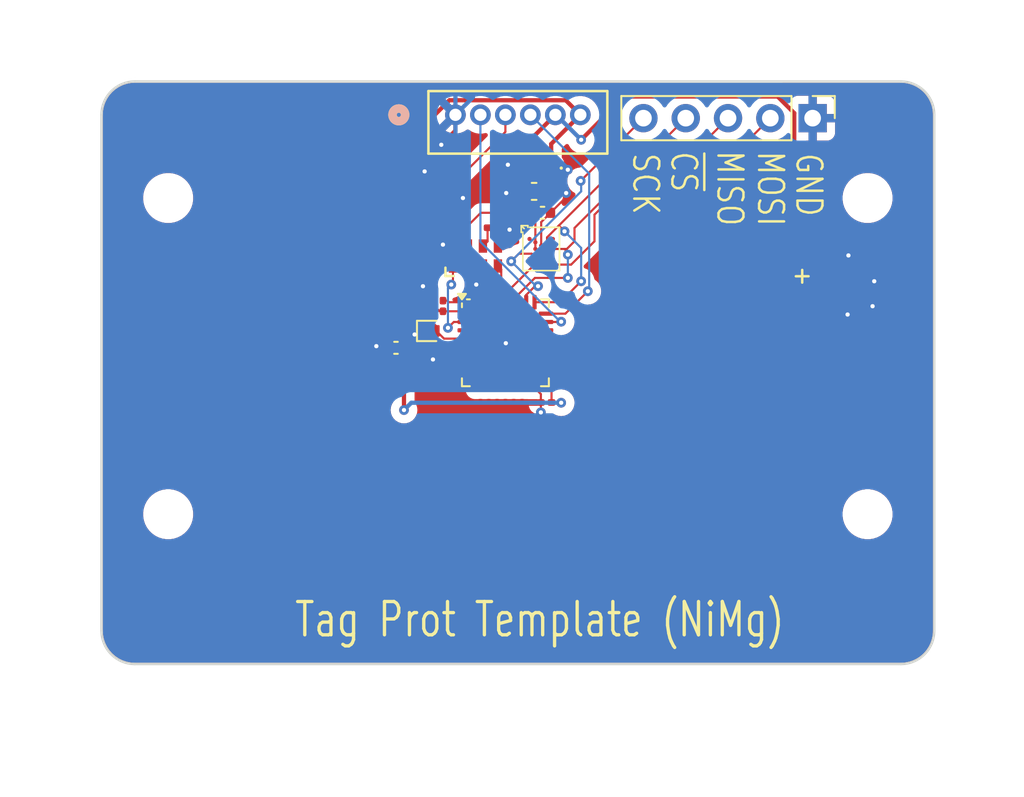
<source format=kicad_pcb>
(kicad_pcb (version 20240108) (generator "pcbnew") (generator_version "8.0")
  (layers (0 "F.Cu" signal) (31 "B.Cu" signal) (34 "B.Paste" user) (35 "F.Paste" user) (36 "B.SilkS" user "B.Silkscreen") (37 "F.SilkS" user "F.Silkscreen") (38 "B.Mask" user) (39 "F.Mask" user) (44 "Edge.Cuts" user))
  (net 0 "")
  (net 1 "GND")
  (net 2 "VBAT")
  (net 3 "SWDIO")
  (net 4 "SWCLK")
  (net 5 "Net-(Q501-C)")
  (net 6 "RST")
  (net 7 "/clkout")
  (net 8 "VIN")
  (net 9 "Net-(U501-VBACK)")
  (net 10 "/AT25_MISO")
  (net 11 "/AT25_nCS")
  (net 12 "/AT25_MOSI")
  (net 13 "/AT25_SCK")
  (net 20 "/PA6_MISO")
  (net 21 "/PA7_MOSI")
  (net 23 "/PB0")
  (net 24 "/PA11_MISO")
  (net 25 "/PA9")
  (net 26 "/PA2")
  (net 27 "/PA10")
  (net 28 "/PA0")
  (net 29 "/PA12_MOSI")
  (net 30 "/PA4")
  (net 31 "/PA8")
  (net 32 "/PA3")
  (net 33 "/PB1")
  (net 34 "/PA1_SCK")
  (net 35 "/PA5_SCK")
  (net 36 "/RTC_SDA")
  (net 37 "/RTC_SCL")
  (footprint "library:MS621" (layer "F.Cu") (at 144 97 90)
    (property "Reference" "J401" (hide yes))
    (property "Value" "CONN_01X02" (hide yes))
    (fp_text user "+" (at 0.3 -2 90) (layer "F.SilkS"))
    (pad "1" smd rect (at 0 -0.85 90) (size 2 1) (layers "F.Cu" "F.Mask") (net 2 "VBAT"))
    (pad "2" smd rect (at 0 0.85 90) (size 2 1) (layers "F.Cu" "F.Mask") (net 1 "GND"))
  )
  (footprint "Capacitor_SMD:C_0402_1005Metric" (layer "F.Cu") (at 126.48 92.885)
    (property "Reference" "C404" (hide yes))
    (property "Value" "22uf")
    (fp_line (start -0.107836 -0.36) (end 0.107836 -0.36) (stroke (width 0.12)) (layer "F.SilkS"))
    (fp_line (start -0.107836 0.36) (end 0.107836 0.36) (stroke (width 0.12)) (layer "F.SilkS"))
    (pad "1" smd roundrect (at -0.48 0) (size 0.56 0.62) (layers "F.Cu" "F.Paste" "F.Mask") (net 8 "VIN"))
    (pad "2" smd roundrect (at 0.48 0) (size 0.56 0.62) (layers "F.Cu" "F.Paste" "F.Mask") (net 1 "GND"))
  )
  (footprint "library:RV-8803-C7" (layer "F.Cu") (at 122.45 95.485 90)
    (property "Reference" "U501" (hide yes))
    (property "Value" "RV-3028-C7" (hide yes))
    (fp_line (start -0.7 -1.8) (end -1.2 -1.8) (stroke (width 0.15)) (layer "F.SilkS"))
    (fp_line (start -1.2 -1.8) (end -1.2 -1.3) (stroke (width 0.15)) (layer "F.SilkS"))
    (pad "1" smd rect (at -0.6 -1.35 90) (size 0.8 0.5) (layers "F.Cu" "F.Paste" "F.Mask") (net 7 "/clkout"))
    (pad "2" smd rect (at -0.6 -0.45 90) (size 0.8 0.5) (layers "F.Cu" "F.Paste" "F.Mask"))
    (pad "3" smd rect (at -0.6 0.45 90) (size 0.8 0.5) (layers "F.Cu" "F.Paste" "F.Mask") (net 37 "/RTC_SCL"))
    (pad "4" smd rect (at -0.6 1.35 90) (size 0.8 0.5) (layers "F.Cu" "F.Paste" "F.Mask") (net 36 "/RTC_SDA"))
    (pad "5" smd rect (at 0.6 1.35 90) (size 0.8 0.5) (layers "F.Cu" "F.Paste" "F.Mask") (net 1 "GND"))
    (pad "6" smd rect (at 0.6 0.45 90) (size 0.8 0.5) (layers "F.Cu" "F.Paste" "F.Mask") (net 9 "Net-(U501-VBACK)"))
    (pad "7" smd rect (at 0.6 -0.45 90) (size 0.8 0.5) (layers "F.Cu" "F.Paste" "F.Mask") (net 8 "VIN"))
    (pad "8" smd rect (at 0.6 -1.35 90) (size 0.8 0.5) (layers "F.Cu" "F.Paste" "F.Mask") (net 1 "GND"))
  )
  (footprint "Resistor_SMD:R_0201_0603Metric" (layer "F.Cu") (at 123.5 93.785)
    (property "Reference" "R1" (hide yes))
    (property "Value" "10k")
    (pad "1" smd roundrect (at -0.32 0) (size 0.46 0.4) (layers "F.Cu" "F.Mask") (net 9 "Net-(U501-VBACK)"))
    (pad "2" smd roundrect (at 0.32 0) (size 0.46 0.4) (layers "F.Cu" "F.Mask") (net 1 "GND"))
  )
  (footprint "Capacitor_SMD:C_0201_0603Metric" (layer "F.Cu") (at 119.545 101.2)
    (property "Reference" "C501" (hide yes))
    (property "Value" "0.1uf")
    (pad "1" smd roundrect (at -0.32 0) (size 0.46 0.4) (layers "F.Cu" "F.Mask") (net 8 "VIN"))
    (pad "2" smd roundrect (at 0.32 0) (size 0.46 0.4) (layers "F.Cu" "F.Mask") (net 1 "GND"))
  )
  (footprint "Capacitor_SMD:C_0201_0603Metric" (layer "F.Cu") (at 121.555 93.785 180)
    (property "Reference" "C503" (hide yes))
    (property "Value" "0.1uf")
    (pad "1" smd roundrect (at -0.32 0 180) (size 0.46 0.4) (layers "F.Cu" "F.Mask") (net 8 "VIN"))
    (pad "2" smd roundrect (at 0.32 0 180) (size 0.46 0.4) (layers "F.Cu" "F.Mask") (net 1 "GND"))
  )
  (footprint "Diode_SMD:D_0402_1005Metric" (layer "F.Cu") (at 126.515 90.2 180)
    (property "Reference" "D401" (hide yes))
    (property "Value" "D")
    (fp_circle (center -1.09 0) (end -1.04 0) (stroke (width 0.1)) (fill none) (layer "F.SilkS"))
    (pad "1" smd roundrect (at -0.485 0 180) (size 0.59 0.64) (layers "F.Cu" "F.Paste" "F.Mask") (net 8 "VIN"))
    (pad "2" smd roundrect (at 0.485 0 180) (size 0.59 0.64) (layers "F.Cu" "F.Paste" "F.Mask") (net 2 "VBAT"))
  )
  (footprint "library:adesto_wlcsp12" (layer "F.Cu") (at 126.4 95.06)
    (property "Reference" "U1" (hide yes))
    (property "Value" "at25ff321D-UUN" (hide yes))
    (fp_line (start -1.2 -1.4) (end -1.025 -1.225) (stroke (width 0.1)) (layer "F.SilkS"))
    (fp_line (start -1.2 -1) (end -1.2 -1.4) (stroke (width 0.1)) (layer "F.SilkS"))
    (fp_line (start -1.2 -1) (end -1.1 -1) (stroke (width 0.1)) (layer "F.SilkS"))
    (fp_line (start -1.1 1.3) (end -1.1 -0.9) (stroke (width 0.1)) (layer "F.SilkS"))
    (fp_line (start -1.1 1.3) (end 1.1 1.3) (stroke (width 0.1)) (layer "F.SilkS"))
    (fp_line (start -0.8 -1.4) (end -1.2 -1.4) (stroke (width 0.1)) (layer "F.SilkS"))
    (fp_line (start -0.8 -1.4) (end -0.8 -1.3) (stroke (width 0.1)) (layer "F.SilkS"))
    (fp_line (start 1.1 -1.3) (end -0.7 -1.3) (stroke (width 0.1)) (layer "F.SilkS"))
    (fp_line (start 1.1 1.3) (end 1.1 -1.3) (stroke (width 0.1)) (layer "F.SilkS"))
    (pad "A1" smd circle (at -0.7 -0.6) (size 0.25 0.25) (layers "F.Cu" "F.Paste" "F.Mask"))
    (pad "A5" smd circle (at 0.7 -0.6) (size 0.25 0.25) (layers "F.Cu" "F.Paste" "F.Mask"))
    (pad "B2" smd circle (at -0.35 -0.4) (size 0.25 0.25) (layers "F.Cu" "F.Paste" "F.Mask") (net 8 "VIN"))
    (pad "B4" smd circle (at 0.35 -0.4) (size 0.25 0.25) (layers "F.Cu" "F.Paste" "F.Mask") (net 11 "/AT25_nCS"))
    (pad "C3" smd circle (at 0 -0.2) (size 0.25 0.25) (layers "F.Cu" "F.Paste" "F.Mask") (net 1 "GND"))
    (pad "D2" smd circle (at -0.35 0) (size 0.25 0.25) (layers "F.Cu" "F.Paste" "F.Mask") (net 8 "VIN"))
    (pad "D4" smd circle (at 0.35 0) (size 0.25 0.25) (layers "F.Cu" "F.Paste" "F.Mask") (net 10 "/AT25_MISO"))
    (pad "E3" smd circle (at 0 0.2) (size 0.25 0.25) (layers "F.Cu" "F.Paste" "F.Mask") (net 12 "/AT25_MOSI"))
    (pad "F2" smd circle (at -0.35 0.4) (size 0.25 0.25) (layers "F.Cu" "F.Paste" "F.Mask") (net 13 "/AT25_SCK"))
    (pad "F4" smd circle (at 0.35 0.4) (size 0.25 0.25) (layers "F.Cu" "F.Paste" "F.Mask"))
    (pad "G1" smd circle (at -0.7 0.6) (size 0.25 0.25) (layers "F.Cu" "F.Paste" "F.Mask"))
    (pad "G5" smd circle (at 0.7 0.6) (size 0.25 0.25) (layers "F.Cu" "F.Paste" "F.Mask"))
  )
  (footprint "Capacitor_SMD:C_0201_0603Metric" (layer "F.Cu") (at 119.2 98.485 90)
    (property "Reference" "C502" (hide yes))
    (property "Value" "0.1uf")
    (pad "1" smd roundrect (at -0.32 0 90) (size 0.46 0.4) (layers "F.Cu" "F.Mask") (net 5 "Net-(Q501-C)"))
    (pad "2" smd roundrect (at 0.32 0 90) (size 0.46 0.4) (layers "F.Cu" "F.Mask") (net 1 "GND"))
  )
  (footprint "Package_DFN_QFN:QFN-32-1EP_5x5mm_P0.5mm_EP3.45x3.45mm" (layer "F.Cu") (at 124.25 100.6975)
    (property "Reference" "U302" (hide yes))
    (property "Value" "stm32l431kc")
    (fp_line (start -2.61 -2.135) (end -2.61 -2.37) (stroke (width 0.12)) (layer "F.SilkS"))
    (fp_line (start -2.61 2.61) (end -2.61 2.135) (stroke (width 0.12)) (layer "F.SilkS"))
    (fp_line (start -2.135 -2.61) (end -2.31 -2.61) (stroke (width 0.12)) (layer "F.SilkS"))
    (fp_line (start -2.135 2.61) (end -2.61 2.61) (stroke (width 0.12)) (layer "F.SilkS"))
    (fp_line (start 2.135 -2.61) (end 2.61 -2.61) (stroke (width 0.12)) (layer "F.SilkS"))
    (fp_line (start 2.135 2.61) (end 2.61 2.61) (stroke (width 0.12)) (layer "F.SilkS"))
    (fp_line (start 2.61 -2.61) (end 2.61 -2.135) (stroke (width 0.12)) (layer "F.SilkS"))
    (fp_line (start 2.61 2.61) (end 2.61 2.135) (stroke (width 0.12)) (layer "F.SilkS"))
    (fp_poly (pts (xy -2.61 -2.61) (xy -2.85 -2.94) (xy -2.37 -2.94) (xy -2.61 -2.61)) (stroke (width 0.12)) (fill solid) (layer "F.SilkS"))
    (pad "1" smd roundrect (at -2.4375 -1.75) (size 0.875 0.25) (layers "F.Cu" "F.Paste" "F.Mask") (net 8 "VIN"))
    (pad "2" smd roundrect (at -2.4375 -1.25) (size 0.875 0.25) (layers "F.Cu" "F.Paste" "F.Mask") (net 7 "/clkout"))
    (pad "3" smd roundrect (at -2.4375 -0.75) (size 0.875 0.25) (layers "F.Cu" "F.Paste" "F.Mask"))
    (pad "4" smd roundrect (at -2.4375 -0.25) (size 0.875 0.25) (layers "F.Cu" "F.Paste" "F.Mask") (net 5 "Net-(Q501-C)"))
    (pad "5" smd roundrect (at -2.4375 0.25) (size 0.875 0.25) (layers "F.Cu" "F.Paste" "F.Mask") (net 8 "VIN"))
    (pad "6" smd roundrect (at -2.4375 0.75) (size 0.875 0.25) (layers "F.Cu" "F.Paste" "F.Mask") (net 28 "/PA0"))
    (pad "7" smd roundrect (at -2.4375 1.25) (size 0.875 0.25) (layers "F.Cu" "F.Paste" "F.Mask") (net 34 "/PA1_SCK"))
    (pad "8" smd roundrect (at -2.4375 1.75) (size 0.875 0.25) (layers "F.Cu" "F.Paste" "F.Mask") (net 26 "/PA2"))
    (pad "9" smd roundrect (at -1.75 2.4375) (size 0.25 0.875) (layers "F.Cu" "F.Paste" "F.Mask") (net 32 "/PA3"))
    (pad "10" smd roundrect (at -1.25 2.4375) (size 0.25 0.875) (layers "F.Cu" "F.Paste" "F.Mask") (net 30 "/PA4"))
    (pad "11" smd roundrect (at -0.75 2.4375) (size 0.25 0.875) (layers "F.Cu" "F.Paste" "F.Mask") (net 35 "/PA5_SCK"))
    (pad "12" smd roundrect (at -0.25 2.4375) (size 0.25 0.875) (layers "F.Cu" "F.Paste" "F.Mask") (net 20 "/PA6_MISO"))
    (pad "13" smd roundrect (at 0.25 2.4375) (size 0.25 0.875) (layers "F.Cu" "F.Paste" "F.Mask") (net 21 "/PA7_MOSI"))
    (pad "14" smd roundrect (at 0.75 2.4375) (size 0.25 0.875) (layers "F.Cu" "F.Paste" "F.Mask") (net 23 "/PB0"))
    (pad "15" smd roundrect (at 1.25 2.4375) (size 0.25 0.875) (layers "F.Cu" "F.Paste" "F.Mask") (net 33 "/PB1"))
    (pad "16" smd roundrect (at 1.75 2.4375) (size 0.25 0.875) (layers "F.Cu" "F.Paste" "F.Mask") (net 1 "GND"))
    (pad "17" smd roundrect (at 2.4375 1.75) (size 0.875 0.25) (layers "F.Cu" "F.Paste" "F.Mask") (net 8 "VIN"))
    (pad "18" smd roundrect (at 2.4375 1.25) (size 0.875 0.25) (layers "F.Cu" "F.Paste" "F.Mask") (net 31 "/PA8"))
    (pad "19" smd roundrect (at 2.4375 0.75) (size 0.875 0.25) (layers "F.Cu" "F.Paste" "F.Mask") (net 25 "/PA9"))
    (pad "20" smd roundrect (at 2.4375 0.25) (size 0.875 0.25) (layers "F.Cu" "F.Paste" "F.Mask") (net 27 "/PA10"))
    (pad "21" smd roundrect (at 2.4375 -0.25) (size 0.875 0.25) (layers "F.Cu" "F.Paste" "F.Mask") (net 24 "/PA11_MISO"))
    (pad "22" smd roundrect (at 2.4375 -0.75) (size 0.875 0.25) (layers "F.Cu" "F.Paste" "F.Mask") (net 29 "/PA12_MOSI"))
    (pad "23" smd roundrect (at 2.4375 -1.25) (size 0.875 0.25) (layers "F.Cu" "F.Paste" "F.Mask") (net 3 "SWDIO"))
    (pad "24" smd roundrect (at 2.4375 -1.75) (size 0.875 0.25) (layers "F.Cu" "F.Paste" "F.Mask") (net 4 "SWCLK"))
    (pad "25" smd roundrect (at 1.75 -2.4375) (size 0.25 0.875) (layers "F.Cu" "F.Paste" "F.Mask") (net 11 "/AT25_nCS"))
    (pad "26" smd roundrect (at 1.25 -2.4375) (size 0.25 0.875) (layers "F.Cu" "F.Paste" "F.Mask") (net 13 "/AT25_SCK"))
    (pad "27" smd roundrect (at 0.75 -2.4375) (size 0.25 0.875) (layers "F.Cu" "F.Paste" "F.Mask") (net 10 "/AT25_MISO"))
    (pad "28" smd roundrect (at 0.25 -2.4375) (size 0.25 0.875) (layers "F.Cu" "F.Paste" "F.Mask") (net 12 "/AT25_MOSI"))
    (pad "29" smd roundrect (at -0.25 -2.4375) (size 0.25 0.875) (layers "F.Cu" "F.Paste" "F.Mask") (net 36 "/RTC_SDA"))
    (pad "30" smd roundrect (at -0.75 -2.4375) (size 0.25 0.875) (layers "F.Cu" "F.Paste" "F.Mask") (net 37 "/RTC_SCL"))
    (pad "31" smd roundrect (at -1.25 -2.4375) (size 0.25 0.875) (layers "F.Cu" "F.Paste" "F.Mask") (net 1 "GND"))
    (pad "32" smd roundrect (at -1.75 -2.4375) (size 0.25 0.875) (layers "F.Cu" "F.Paste" "F.Mask") (net 1 "GND"))
    (pad "33" smd rect (at 0 0) (size 3.45 3.45) (property pad_prop_heatsink) (layers "F.Cu" "F.Mask") (net 1 "GND"))
  )
  (footprint "Package_TO_SOT_SMD:SOT-883" (layer "F.Cu") (at 119.75 99.985)
    (property "Reference" "Q501" (hide yes))
    (property "Value" "Q_NPN_BEC")
    (fp_line (start -0.81 -0.61) (end 0.35 -0.61) (stroke (width 0.12)) (layer "F.SilkS"))
    (fp_line (start -0.81 0.61) (end -0.81 -0.61) (stroke (width 0.12)) (layer "F.SilkS"))
    (fp_line (start 0.35 0.61) (end -0.81 0.61) (stroke (width 0.12)) (layer "F.SilkS"))
    (pad "1" smd roundrect (at -0.35 -0.225) (size 0.4 0.25) (layers "F.Cu" "F.Paste" "F.Mask") (roundrect_rratio 0.2) (net 6 "RST"))
    (pad "2" smd roundrect (at -0.35 0.225) (size 0.4 0.25) (layers "F.Cu" "F.Paste" "F.Mask") (roundrect_rratio 0.2) (net 1 "GND"))
    (pad "3" smd roundrect (at 0.35 0) (size 0.4 0.7) (layers "F.Cu" "F.Paste" "F.Mask") (roundrect_rratio 0.125) (net 5 "Net-(Q501-C)"))
  )
  (footprint "Capacitor_SMD:C_0201_0603Metric" (layer "F.Cu") (at 126.7 104.285 180)
    (property "Reference" "C2" (hide yes))
    (property "Value" "0.1uf")
    (pad "1" smd roundrect (at -0.32 0 180) (size 0.46 0.4) (layers "F.Cu" "F.Mask") (net 8 "VIN"))
    (pad "2" smd roundrect (at 0.32 0 180) (size 0.46 0.4) (layers "F.Cu" "F.Mask") (net 1 "GND"))
  )
  (footprint "Capacitor_SMD:C_0201_0603Metric" (layer "F.Cu") (at 120.5 98.485 90)
    (property "Reference" "C101" (hide yes))
    (property "Value" "1uf")
    (pad "1" smd roundrect (at -0.32 0 90) (size 0.46 0.4) (layers "F.Cu" "F.Mask") (net 8 "VIN"))
    (pad "2" smd roundrect (at 0.32 0 90) (size 0.46 0.4) (layers "F.Cu" "F.Mask") (net 1 "GND"))
  )
  (footprint "library:CONN_B6B-ZR_JST" (layer "F.Cu") (at 121.25 87)
    (property "Reference" "J1" (hide yes))
    (property "Value" "Conn_01x06")
    (fp_circle (center -3.4001 0) (end -3.0191 0) (stroke (width 0.508)) (fill none) (layer "B.SilkS"))
    (fp_line (start -1.6221 -1.427) (end -1.6221 2.3322) (stroke (width 0.1524)) (layer "F.SilkS"))
    (fp_line (start -1.6221 2.3322) (end 9.1221 2.3322) (stroke (width 0.1524)) (layer "F.SilkS"))
    (fp_line (start 9.1221 -1.427) (end -1.6221 -1.427) (stroke (width 0.1524)) (layer "F.SilkS"))
    (fp_line (start 9.1221 2.3322) (end 9.1221 -1.427) (stroke (width 0.1524)) (layer "F.SilkS"))
    (fp_circle (center -3.4001 0) (end -3.0191 0) (stroke (width 0.508)) (fill none) (layer "F.SilkS"))
    (pad "1" thru_hole circle (at 0 0) (size 1.2446 1.2446) (drill 0.7366) (layers "*.Cu" "*.Mask") (net 1 "GND"))
    (pad "2" thru_hole circle (at 1.5 0) (size 1.2446 1.2446) (drill 0.7366) (layers "*.Cu" "*.Mask") (net 3 "SWDIO"))
    (pad "3" thru_hole circle (at 2.999999 0) (size 1.2446 1.2446) (drill 0.7366) (layers "*.Cu" "*.Mask") (net 6 "RST"))
    (pad "4" thru_hole circle (at 4.500001 0) (size 1.2446 1.2446) (drill 0.7366) (layers "*.Cu" "*.Mask") (net 4 "SWCLK"))
    (pad "5" thru_hole circle (at 6.000001 0) (size 1.2446 1.2446) (drill 0.7366) (layers "*.Cu" "*.Mask") (net 2 "VBAT"))
    (pad "6" thru_hole circle (at 7.5 0) (size 1.2446 1.2446) (drill 0.7366) (layers "*.Cu" "*.Mask") (net 8 "VIN"))
  )
  (footprint "MountingHole:MountingHole_2.5mm" (layer "F.Cu") (at 104 111)
    (property "Reference" "H2" (hide yes))
    (property "Value" "MountingHole")
    (pad "" np_thru_hole circle (at 0 0) (size 2.5 2.5) (drill 2.5) (layers "*.Cu" "*.Mask"))
  )
  (footprint "MountingHole:MountingHole_2.5mm" (layer "F.Cu") (at 146 92)
    (property "Reference" "H3" (hide yes))
    (property "Value" "MountingHole")
    (pad "" np_thru_hole circle (at 0 0) (size 2.5 2.5) (drill 2.5) (layers "*.Cu" "*.Mask"))
  )
  (footprint "MountingHole:MountingHole_2.5mm" (layer "F.Cu") (at 104 92)
    (property "Reference" "H1" (hide yes))
    (property "Value" "MountingHole")
    (pad "" np_thru_hole circle (at 0 0) (size 2.5 2.5) (drill 2.5) (layers "*.Cu" "*.Mask"))
  )
  (footprint "MountingHole:MountingHole_2.5mm" (layer "F.Cu") (at 146 111)
    (property "Reference" "H4" (hide yes))
    (property "Value" "MountingHole")
    (pad "" np_thru_hole circle (at 0 0) (size 2.5 2.5) (drill 2.5) (layers "*.Cu" "*.Mask"))
  )
  (footprint "Capacitor_SMD:C_0402_1005Metric" (layer "F.Cu") (at 117.68 101 180)
    (property "Reference" "C3" (hide yes))
    (property "Value" "22uf")
    (fp_line (start -0.107836 0.36) (end 0.107836 0.36) (stroke (width 0.12)) (layer "F.SilkS"))
    (fp_line (start -0.107836 -0.36) (end 0.107836 -0.36) (stroke (width 0.12)) (layer "F.SilkS"))
    (pad "1" smd roundrect (at -0.48 0 180) (size 0.56 0.62) (layers "F.Cu" "F.Paste" "F.Mask") (net 8 "VIN"))
    (pad "2" smd roundrect (at 0.48 0 180) (size 0.56 0.62) (layers "F.Cu" "F.Paste" "F.Mask") (net 1 "GND"))
  )
  (footprint "Capacitor_SMD:C_0603_1608Metric" (layer "F.Cu") (at 125.975 91.6 180)
    (property "Reference" "C4" (hide yes))
    (property "Value" "47uf")
    (fp_line (start -0.14058 0.51) (end 0.14058 0.51) (stroke (width 0.12)) (layer "F.SilkS"))
    (fp_line (start -0.14058 -0.51) (end 0.14058 -0.51) (stroke (width 0.12)) (layer "F.SilkS"))
    (pad "1" smd roundrect (at -0.775 0 180) (size 0.9 0.95) (layers "F.Cu" "F.Paste" "F.Mask") (net 8 "VIN"))
    (pad "2" smd roundrect (at 0.775 0 180) (size 0.9 0.95) (layers "F.Cu" "F.Paste" "F.Mask") (net 1 "GND"))
  )
  (footprint "Connector_PinHeader_2.54mm:PinHeader_1x05_P2.54mm_Vertical" (layer "F.Cu") (at 142.7 87.2 -90)
    (property "Reference" "J2" (hide yes))
    (property "Value" "Conn_01x04")
    (fp_line (start -1.33 11.49) (end 1.33 11.49) (stroke (width 0.12)) (layer "F.SilkS"))
    (fp_line (start -1.33 1.27) (end -1.33 11.49) (stroke (width 0.12)) (layer "F.SilkS"))
    (fp_line (start -1.33 1.27) (end 1.33 1.27) (stroke (width 0.12)) (layer "F.SilkS"))
    (fp_line (start 1.33 1.27) (end 1.33 11.49) (stroke (width 0.12)) (layer "F.SilkS"))
    (fp_line (start -1.33 0) (end -1.33 -1.33) (stroke (width 0.12)) (layer "F.SilkS"))
    (fp_line (start -1.33 -1.33) (end 0 -1.33) (stroke (width 0.12)) (layer "F.SilkS"))
    (pad "1" thru_hole rect (at 0 0 270) (size 1.7 1.7) (drill 1) (layers "*.Cu" "*.Mask") (net 1 "GND"))
    (pad "2" thru_hole oval (at 0 2.54 270) (size 1.7 1.7) (drill 1) (layers "*.Cu" "*.Mask") (net 12 "/AT25_MOSI"))
    (pad "3" thru_hole oval (at 0 5.08 270) (size 1.7 1.7) (drill 1) (layers "*.Cu" "*.Mask") (net 10 "/AT25_MISO"))
    (pad "4" thru_hole oval (at 0 7.62 270) (size 1.7 1.7) (drill 1) (layers "*.Cu" "*.Mask") (net 11 "/AT25_nCS"))
    (pad "5" thru_hole oval (at 0 10.16 270) (size 1.7 1.7) (drill 1) (layers "*.Cu" "*.Mask") (net 13 "/AT25_SCK"))
  )
  (gr_arc (start 102 120) (mid 100.585786 119.414214) (end 100 118) (stroke (width 0.15)) (layer "Edge.Cuts"))
  (gr_line (start 100 118) (end 100 87) (stroke (width 0.15)) (layer "Edge.Cuts"))
  (gr_line (start 148 120) (end 102 120) (stroke (width 0.15)) (layer "Edge.Cuts"))
  (gr_line (start 102 85) (end 148 85) (stroke (width 0.15)) (layer "Edge.Cuts"))
  (gr_arc (start 100 87) (mid 100.585786 85.585786) (end 102 85) (stroke (width 0.15)) (layer "Edge.Cuts"))
  (gr_line (start 150 87) (end 150 118) (stroke (width 0.15)) (layer "Edge.Cuts"))
  (gr_arc (start 148 85) (mid 149.414214 85.585786) (end 150 87) (stroke (width 0.15)) (layer "Edge.Cuts"))
  (gr_arc (start 150 118) (mid 149.414214 119.414214) (end 148 120) (stroke (width 0.15)) (layer "Edge.Cuts"))
  (gr_text "GND" (at 141.6 89.2 -90) (layer "F.SilkS") (effects (font (size 1.5 1.25)) (justify left bottom)))
  (gr_text "MOSI" (at 139.2936 89.0778 270) (layer "F.SilkS") (effects (font (size 1.5 1.25)) (justify left bottom)))
  (gr_text "SCK" (at 131.8 89.2 270) (layer "F.SilkS") (effects (font (size 1.5 1.25)) (justify left bottom)))
  (gr_text "~{CS}" (at 134.0866 89.1032 270) (layer "F.SilkS") (effects (font (size 1.5 1.25)) (justify left bottom)))
  (gr_text "MISO" (at 136.8552 89.0524 270) (layer "F.SilkS") (effects (font (size 1.5 1.25)) (justify left bottom)))
  (gr_text "Tag Prot Template (NiMg)" (at 111.5 118.5 0) (layer "F.SilkS") (effects (font (size 2 1.5) (thickness 0.2)) (justify left bottom)))
  (segment (start 122.5 98.26) (end 123 98.26) (width 0.127) (layer "F.Cu") (net 1))
  (segment (start 123 101.4) (end 123.2 101.4) (width 0.127) (layer "F.Cu") (net 1))
  (segment (start 126.4 94.86) (end 126.4 93.445) (width 0.127) (layer "F.Cu") (net 1))
  (segment (start 146.3 98.5) (end 146.3 98.45) (width 0.254) (layer "F.Cu") (net 1))
  (segment (start 126.4 93.445) (end 126.96 92.885) (width 0.127) (layer "F.Cu") (net 1))
  (segment (start 144.8 95.4) (end 144.85 95.45) (width 0.127) (layer "F.Cu") (net 1))
  (segment (start 121.235 94.75) (end 121.1 94.885) (width 0.127) (layer "F.Cu") (net 1))
  (segment (start 116.6 101) (end 116.5 100.9) (width 0.127) (layer "F.Cu") (net 1))
  (segment (start 144.85 97) (end 144.85 97.75) (width 0.127) (layer "F.Cu") (net 1))
  (segment (start 126.38 104.285) (end 126.38 104.88) (width 0.127) (layer "F.Cu") (net 1))
  (segment (start 126 102.4475) (end 125.22625 101.67375) (width 0.127) (layer "F.Cu") (net 1))
  (segment (start 126.96 92.885) (end 127.9 91.945) (width 0.127) (layer "F.Cu") (net 1))
  (segment (start 124.25 100.6975) (end 123.7025 100.6975) (width 0.127) (layer "F.Cu") (net 1))
  (segment (start 122.5 98.26) (end 122.5 97.2) (width 0.127) (layer "F.Cu") (net 1))
  (segment (start 126 103.135) (end 126 103.4) (width 0.127) (layer "F.Cu") (net 1))
  (segment (start 119.2 98.165) (end 119.2 97.4) (width 0.127) (layer "F.Cu") (net 1))
  (segment (start 123.2 101.4) (end 123.87625 100.72375) (width 0.127) (layer "F.Cu") (net 1))
  (segment (start 120.86 98.26) (end 122.5 98.26) (width 0.127) (layer "F.Cu") (net 1))
  (segment (start 126 103.4) (end 126.38 103.78) (width 0.127) (layer "F.Cu") (net 1))
  (segment (start 123.82 94.865) (end 123.8 94.885) (width 0.127) (layer "F.Cu") (net 1))
  (segment (start 127.9 91.945) (end 127.9 91.7) (width 0.127) (layer "F.Cu") (net 1))
  (segment (start 121.25 87.95) (end 120.4 88.8) (width 0.254) (layer "F.Cu") (net 1))
  (segment (start 121.1 94.885) (end 120.585 94.885) (width 0.127) (layer "F.Cu") (net 1))
  (segment (start 123 99.4475) (end 123 98.26) (width 0.127) (layer "F.Cu") (net 1))
  (segment (start 119.2 97.4) (end 119.3 97.3) (width 0.127) (layer "F.Cu") (net 1))
  (segment (start 126 103.135) (end 126 102.4475) (width 0.127) (layer "F.Cu") (net 1))
  (segment (start 125.22625 101.67375) (end 124.27625 100.72375) (width 0.127) (layer "F.Cu") (net 1))
  (segment (start 120.585 94.885) (end 120.5 94.8) (width 0.127) (layer "F.Cu") (net 1))
  (segment (start 144.8 97.05) (end 144.85 97) (width 0.254) (layer "F.Cu") (net 1))
  (segment (start 125.5 99.7) (end 125.2475 99.7) (width 0.127) (layer "F.Cu") (net 1))
  (segment (start 121.25 87) (end 121.25 87.95) (width 0.254) (layer "F.Cu") (net 1))
  (segment (start 120.5 98.165) (end 120.765 98.165) (width 0.127) (layer "F.Cu") (net 1))
  (segment (start 124.25 100.6975) (end 123 99.4475) (width 0.127) (layer "F.Cu") (net 1))
  (segment (start 124.25 100.6975) (end 125.22625 101.67375) (width 0.127) (layer "F.Cu") (net 1))
  (segment (start 123.82 93.785) (end 124.385 93.785) (width 0.127) (layer "F.Cu") (net 1))
  (segment (start 126.38 103.78) (end 126.38 104.285) (width 0.127) (layer "F.Cu") (net 1))
  (segment (start 123.82 93.785) (end 123.82 94.865) (width 0.127) (layer "F.Cu") (net 1))
  (segment (start 124.385 93.785) (end 124.5 93.9) (width 0.127) (layer "F.Cu") (net 1))
  (segment (start 126.4 104.9) (end 126.38 104.88) (width 0.127) (layer "F.Cu") (net 1))
  (segment (start 118.81 100.21) (end 118.8 100.2) (width 0.127) (layer "F.Cu") (net 1))
  (segment (start 120.765 98.165) (end 120.86 98.26) (width 0.127) (layer "F.Cu") (net 1))
  (segment (start 125.2 91.6) (end 124.4 91.6) (width 0.127) (layer "F.Cu") (net 1))
  (segment (start 119.865 101.2) (end 119.865 101.665) (width 0.127) (layer "F.Cu") (net 1))
  (segment (start 117.2 101) (end 116.6 101) (width 0.127) (layer "F.Cu") (net 1))
  (segment (start 123.7025 100.6975) (end 123 101.4) (width 0.127) (layer "F.Cu") (net 1))
  (segment (start 125.2475 99.7) (end 124.25 100.6975) (width 0.127) (layer "F.Cu") (net 1))
  (segment (start 122.5 98.9475) (end 124.25 100.6975) (width 0.127) (layer "F.Cu") (net 1))
  (segment (start 124.4 91.6) (end 124.3 91.7) (width 0.127) (layer "F.Cu") (net 1))
  (segment (start 122.5 98.26) (end 122.5 98.9475) (width 0.127) (layer "F.Cu") (net 1))
  (segment (start 121.235 93.785) (end 121.235 94.75) (width 0.127) (layer "F.Cu") (net 1))
  (segment (start 119.865 101.665) (end 119.9 101.7) (width 0.127) (layer "F.Cu") (net 1))
  (segment (start 123.87625 100.72375) (end 124.27625 100.72375) (width 0.127) (layer "F.Cu") (net 1))
  (segment (start 119.4 100.21) (end 118.81 100.21) (width 0.127) (layer "F.Cu") (net 1))
  (via (at 128 90.3) (size 0.5842) (drill 0.254) (layers "F.Cu" "B.Cu") (net 1))
  (via (at 127.9 91.7) (size 0.5842) (drill 0.254) (layers "F.Cu" "B.Cu") (net 1))
  (via (at 124.3 91.7) (size 0.5842) (drill 0.254) (layers "F.Cu" "B.Cu") (net 1))
  (via (at 119.9 101.7) (size 0.5842) (drill 0.254) (layers "F.Cu" "B.Cu") (net 1))
  (via (at 116.5 100.9) (size 0.5842) (drill 0.254) (layers "F.Cu" "B.Cu") (net 1))
  (via (at 144.85 95.45) (size 0.5842) (drill 0.254) (layers "F.Cu" "B.Cu") (net 1))
  (via (at 124.27625 100.72375) (size 0.5842) (drill 0.254) (layers "F.Cu" "B.Cu") (net 1))
  (via (at 146.4 97) (size 0.5842) (drill 0.254) (layers "F.Cu" "B.Cu") (net 1))
  (via (at 146.3 98.5) (size 0.5842) (drill 0.254) (layers "F.Cu" "B.Cu") (net 1))
  (via (at 118.8 100.2) (size 0.5842) (drill 0.254) (layers "F.Cu" "B.Cu") (net 1))
  (via (at 126.38 104.88) (size 0.5842) (drill 0.254) (layers "F.Cu" "B.Cu") (net 1))
  (via (at 121.7 92) (size 0.5842) (drill 0.254) (layers "F.Cu" "B.Cu") (net 1))
  (via (at 119.3 97.3) (size 0.5842) (drill 0.254) (layers "F.Cu" "B.Cu") (net 1))
  (via (at 120.4 88.8) (size 0.5842) (drill 0.254) (layers "F.Cu" "B.Cu") (net 1))
  (via (at 122.5 97.2) (size 0.5842) (drill 0.254) (layers "F.Cu" "B.Cu") (net 1))
  (via (at 144.8 99) (size 0.5842) (drill 0.254) (layers "F.Cu" "B.Cu") (net 1))
  (via (at 124.4 90) (size 0.5842) (drill 0.254) (layers "F.Cu" "B.Cu") (net 1))
  (via (at 120.5 94.8) (size 0.5842) (drill 0.254) (layers "F.Cu" "B.Cu") (net 1))
  (via (at 124.5 93.9) (size 0.5842) (drill 0.254) (layers "F.Cu" "B.Cu") (net 1))
  (via (at 119.4 90.4) (size 0.5842) (drill 0.254) (layers "F.Cu" "B.Cu") (net 1))
  (segment (start 121.25 85.65) (end 121.3 85.6) (width 0.254) (layer "B.Cu") (net 1))
  (segment (start 121.25 87) (end 121.25 85.65) (width 0.254) (layer "B.Cu") (net 1))
  (segment (start 122.3 85.95) (end 122.3 85.7) (width 0.254) (layer "B.Cu") (net 1))
  (segment (start 121.25 88.55) (end 121.2 88.6) (width 0.254) (layer "B.Cu") (net 1))
  (segment (start 121.25 88.55) (end 121.25 87) (width 0.254) (layer "B.Cu") (net 1))
  (segment (start 122.3 85.95) (end 121.25 87) (width 0.254) (layer "B.Cu") (net 1))
  (segment (start 143.15 97) (end 141.596 95.446) (width 0.254) (layer "F.Cu") (net 2))
  (segment (start 141.596 86.896) (end 140.6 85.9) (width 0.254) (layer "F.Cu") (net 2))
  (segment (start 126.03 88.220001) (end 126.03 90.2) (width 0.254) (layer "F.Cu") (net 2))
  (segment (start 141.596 95.446) (end 141.596 86.896) (width 0.254) (layer "F.Cu") (net 2))
  (segment (start 127.250001 87) (end 126.03 88.220001) (width 0.254) (layer "F.Cu") (net 2))
  (segment (start 131.4 85.9) (end 128.8 88.5) (width 0.254) (layer "F.Cu") (net 2))
  (segment (start 140.6 85.9) (end 131.4 85.9) (width 0.254) (layer "F.Cu") (net 2))
  (via (at 128.8 88.5) (size 0.5842) (drill 0.254) (layers "F.Cu" "B.Cu") (net 2))
  (segment (start 127.250001 87) (end 127.3 87) (width 0.254) (layer "B.Cu") (net 2))
  (segment (start 127.3 87) (end 128.8 88.5) (width 0.254) (layer "B.Cu") (net 2))
  (segment (start 126.6875 99.4475) (end 127.5826 99.4475) (width 0.127) (layer "F.Cu") (net 3))
  (segment (start 127.5826 99.4475) (end 127.6 99.4301) (width 0.127) (layer "F.Cu") (net 3))
  (via (at 127.6 99.4301) (size 0.5842) (drill 0.254) (layers "F.Cu" "B.Cu") (net 3))
  (segment (start 122.75 94.6325) (end 127.5175 99.4) (width 0.127) (layer "B.Cu") (net 3))
  (segment (start 127.6 99.4) (end 127.6 99.4301) (width 0.127) (layer "B.Cu") (net 3))
  (segment (start 127.5175 99.4) (end 127.6 99.4) (width 0.127) (layer "B.Cu") (net 3))
  (segment (start 122.75 87) (end 122.75 94.6325) (width 0.127) (layer "B.Cu") (net 3))
  (segment (start 126.6875 98.9475) (end 127.8525 98.9475) (width 0.127) (layer "F.Cu") (net 4))
  (segment (start 127.8525 98.9475) (end 129.2 97.6) (width 0.127) (layer "F.Cu") (net 4))
  (via (at 129.2 97.6) (size 0.5842) (drill 0.254) (layers "F.Cu" "B.Cu") (net 4))
  (segment (start 129.2 97.6) (end 129.2826 97.5174) (width 0.127) (layer "B.Cu") (net 4))
  (segment (start 129.2826 97.5174) (end 129.2826 90.532599) (width 0.127) (layer "B.Cu") (net 4))
  (segment (start 129.2826 90.532599) (end 125.750001 87) (width 0.127) (layer "B.Cu") (net 4))
  (segment (start 120.5625 100.4475) (end 121.8125 100.4475) (width 0.127) (layer "F.Cu") (net 5))
  (segment (start 120.1 99.985) (end 120.5625 100.4475) (width 0.127) (layer "F.Cu") (net 5))
  (segment (start 120.1 99.705) (end 120.1 99.985) (width 0.127) (layer "F.Cu") (net 5))
  (segment (start 119.2 98.805) (end 120.1 99.705) (width 0.127) (layer "F.Cu") (net 5))
  (segment (start 118.35 98.71) (end 118.35 93.45) (width 0.127) (layer "F.Cu") (net 6))
  (segment (start 118.35 93.45) (end 119.8 92) (width 0.127) (layer "F.Cu") (net 6))
  (segment (start 119.8 92) (end 120.273874 92) (width 0.127) (layer "F.Cu") (net 6))
  (segment (start 124.249999 88.023875) (end 124.249999 87) (width 0.127) (layer "F.Cu") (net 6))
  (segment (start 120.273874 92) (end 124.249999 88.023875) (width 0.127) (layer "F.Cu") (net 6))
  (segment (start 119.4 99.76) (end 118.35 98.71) (width 0.127) (layer "F.Cu") (net 6))
  (segment (start 121.1 97.1) (end 121 97.2) (width 0.127) (layer "F.Cu") (net 7))
  (segment (start 121.8125 99.4475) (end 121.1525 99.4475) (width 0.127) (layer "F.Cu") (net 7))
  (segment (start 121.1 96.085) (end 121.1 97.1) (width 0.127) (layer "F.Cu") (net 7))
  (segment (start 121.1525 99.4475) (end 120.8 99.8) (width 0.127) (layer "F.Cu") (net 7))
  (via (at 120.8 99.8) (size 0.5842) (drill 0.254) (layers "F.Cu" "B.Cu") (net 7))
  (via (at 121 97.2) (size 0.5842) (drill 0.254) (layers "F.Cu" "B.Cu") (net 7))
  (segment (start 120.8 99.8) (end 120.8 97.4) (width 0.127) (layer "B.Cu") (net 7))
  (segment (start 120.8 97.4) (end 121 97.2) (width 0.127) (layer "B.Cu") (net 7))
  (segment (start 122 93.91) (end 121.875 93.785) (width 0.127) (layer "F.Cu") (net 8))
  (segment (start 126.75 92.135) (end 126 92.885) (width 0.254) (layer "F.Cu") (net 8))
  (segment (start 118.16 101) (end 119.025 101) (width 0.127) (layer "F.Cu") (net 8))
  (segment (start 119.225 101.175) (end 119.225 101.2) (width 0.127) (layer "F.Cu") (net 8))
  (segment (start 121.6745 100.8095) (end 119.5905 100.8095) (width 0.127) (layer "F.Cu") (net 8))
  (segment (start 127 91.35) (end 126.75 91.6) (width 0.254) (layer "F.Cu") (net 8))
  (segment (start 121.875 93.585001) (end 121.389999 93.1) (width 0.127) (layer "F.Cu") (net 8))
  (segment (start 126.05 92.935) (end 126 92.885) (width 0.127) (layer "F.Cu") (net 8))
  (segment (start 126.05 94.66) (end 126.05 92.935) (width 0.127) (layer "F.Cu") (net 8))
  (segment (start 120.887024 86.1237) (end 117.5 89.510724) (width 0.254) (layer "F.Cu") (net 8))
  (segment (start 126.05 94.66) (end 126.05 95.06) (width 0.127) (layer "F.Cu") (net 8))
  (segment (start 118.16 100.06) (end 118.16 100.4) (width 0.254) (layer "F.Cu") (net 8))
  (segment (start 127 90.2) (end 127 91.35) (width 0.254) (layer "F.Cu") (net 8))
  (segment (start 127 90.2) (end 127 88.75) (width 0.254) (layer "F.Cu") (net 8))
  (segment (start 127.02 104.285) (end 127.585 104.285) (width 0.127) (layer "F.Cu") (net 8))
  (segment (start 122.775 92.885) (end 121.875 93.785) (width 0.127) (layer "F.Cu") (net 8))
  (segment (start 126.75 91.6) (end 126.75 92.135) (width 0.254) (layer "F.Cu") (net 8))
  (segment (start 119.025 101) (end 119.225 101.2) (width 0.127) (layer "F.Cu") (net 8))
  (segment (start 120.5 98.805) (end 121.67 98.805) (width 0.127) (layer "F.Cu") (net 8))
  (segment (start 128.75 87) (end 127.8737 86.1237) (width 0.254) (layer "F.Cu") (net 8))
  (segment (start 118.16 100.4) (end 118.16 101) (width 0.254) (layer "F.Cu") (net 8))
  (segment (start 120.5 93.1) (end 120 93.6) (width 0.127) (layer "F.Cu") (net 8))
  (segment (start 127.585 104.285) (end 127.6 104.3) (width 0.127) (layer "F.Cu") (net 8))
  (segment (start 118.16 100.4) (end 118.16 104.74) (width 0.254) (layer "F.Cu") (net 8))
  (segment (start 126.6875 102.4475) (end 127.02 102.78) (width 0.127) (layer "F.Cu") (net 8))
  (segment (start 117.5 99.4) (end 118.16 100.06) (width 0.254) (layer "F.Cu") (net 8))
  (segment (start 118.1 104.8) (end 118.16 104.74) (width 0.254) (layer "F.Cu") (net 8))
  (segment (start 119.5905 100.8095) (end 119.225 101.175) (width 0.127) (layer "F.Cu") (net 8))
  (segment (start 121.8125 100.9475) (end 121.6745 100.8095) (width 0.127) (layer "F.Cu") (net 8))
  (segment (start 126 92.885) (end 122.775 92.885) (width 0.127) (layer "F.Cu") (net 8))
  (segment (start 121.875 93.785) (end 121.875 93.585001) (width 0.127) (layer "F.Cu") (net 8))
  (segment (start 127.8737 86.1237) (end 120.887024 86.1237) (width 0.254) (layer "F.Cu") (net 8))
  (segment (start 127.02 102.78) (end 127.02 104.285) (width 0.127) (layer "F.Cu") (net 8))
  (segment (start 121.67 98.805) (end 121.8125 98.9475) (width 0.127) (layer "F.Cu") (net 8))
  (segment (start 121.389999 93.1) (end 120.5 93.1) (width 0.127) (layer "F.Cu") (net 8))
  (segment (start 122 94.885) (end 122 93.91) (width 0.127) (layer "F.Cu") (net 8))
  (segment (start 127 88.75) (end 128.75 87) (width 0.254) (layer "F.Cu") (net 8))
  (segment (start 117.5 89.510724) (end 117.5 99.4) (width 0.254) (layer "F.Cu") (net 8))
  (segment (start 120 93.6) (end 120 98.504999) (width 0.127) (layer "F.Cu") (net 8))
  (segment (start 120.300001 98.805) (end 120.5 98.805) (width 0.127) (layer "F.Cu") (net 8))
  (segment (start 120 98.504999) (end 120.300001 98.805) (width 0.127) (layer "F.Cu") (net 8))
  (via (at 127.6 104.3) (size 0.5842) (drill 0.254) (layers "F.Cu" "B.Cu") (net 8))
  (via (at 118.16 104.74) (size 0.5842) (drill 0.254) (layers "F.Cu" "B.Cu") (net 8))
  (segment (start 118.6 104.3) (end 127.6 104.3) (width 0.254) (layer "B.Cu") (net 8))
  (segment (start 118.16 104.74) (end 118.6 104.3) (width 0.254) (layer "B.Cu") (net 8))
  (segment (start 123.18 93.785) (end 123.18 94.605) (width 0.127) (layer "F.Cu") (net 9))
  (segment (start 123.18 94.605) (end 122.9 94.885) (width 0.127) (layer "F.Cu") (net 9))
  (segment (start 128.4 93.8) (end 128.4 94.6) (width 0.127) (layer "F.Cu") (net 10))
  (segment (start 133.02 91.8) (end 130.4 91.8) (width 0.127) (layer "F.Cu") (net 10))
  (segment (start 125 97.822501) (end 126.022501 96.8) (width 0.127) (layer "F.Cu") (net 10))
  (segment (start 128 95.26) (end 127.8 95.06) (width 0.127) (layer "F.Cu") (net 10))
  (segment (start 137.62 87.2) (end 133.02 91.8) (width 0.127) (layer "F.Cu") (net 10))
  (segment (start 128.4 94.6) (end 127.94 95.06) (width 0.127) (layer "F.Cu") (net 10))
  (segment (start 127.8 95.06) (end 126.75 95.06) (width 0.127) (layer "F.Cu") (net 10))
  (segment (start 130.4 91.8) (end 128.4 93.8) (width 0.127) (layer "F.Cu") (net 10))
  (segment (start 127.94 95.06) (end 127.8 95.06) (width 0.127) (layer "F.Cu") (net 10))
  (segment (start 126.022501 96.8) (end 128 96.8) (width 0.127) (layer "F.Cu") (net 10))
  (segment (start 128 95.4) (end 128 95.26) (width 0.127) (layer "F.Cu") (net 10))
  (segment (start 125 98.26) (end 125 97.822501) (width 0.127) (layer "F.Cu") (net 10))
  (via (at 128 95.4) (size 0.5842) (drill 0.254) (layers "F.Cu" "B.Cu") (net 10))
  (via (at 128 96.8) (size 0.5842) (drill 0.254) (layers "F.Cu" "B.Cu") (net 10))
  (segment (start 128 96.8) (end 128 95.4) (width 0.127) (layer "B.Cu") (net 10))
  (segment (start 126.75 94.363815) (end 127.456907 93.656907) (width 0.127) (layer "F.Cu") (net 11))
  (segment (start 126.75 94.66) (end 126.75 94.363815) (width 0.127) (layer "F.Cu") (net 11))
  (segment (start 127.54 98.26) (end 128.8 97) (width 0.127) (layer "F.Cu") (net 11))
  (segment (start 126 98.26) (end 127.54 98.26) (width 0.127) (layer "F.Cu") (net 11))
  (segment (start 132.113815 89) (end 133.28 89) (width 0.127) (layer "F.Cu") (net 11))
  (segment (start 133.28 89) (end 135.08 87.2) (width 0.127) (layer "F.Cu") (net 11))
  (segment (start 127.8 94) (end 127.456907 93.656907) (width 0.127) (layer "F.Cu") (net 11))
  (segment (start 127.456907 93.656907) (end 132.113815 89) (width 0.127) (layer "F.Cu") (net 11))
  (via (at 127.8 94) (size 0.5842) (drill 0.254) (layers "F.Cu" "B.Cu") (net 11))
  (via (at 128.8 97) (size 0.5842) (drill 0.254) (layers "F.Cu" "B.Cu") (net 11))
  (segment (start 128.8 97) (end 128.8 95) (width 0.127) (layer "B.Cu") (net 11))
  (segment (start 128.8 95) (end 127.8 94) (width 0.127) (layer "B.Cu") (net 11))
  (segment (start 124.5 97.5) (end 126.4 95.6) (width 0.127) (layer "F.Cu") (net 12))
  (segment (start 135.306 92.054) (end 140.16 87.2) (width 0.127) (layer "F.Cu") (net 12))
  (segment (start 130.546 92.054) (end 135.306 92.054) (width 0.127) (layer "F.Cu") (net 12))
  (segment (start 126.8 96) (end 128.2 96) (width 0.127) (layer "F.Cu") (net 12))
  (segment (start 126.4 95.26) (end 126.4 95.6) (width 0.127) (layer "F.Cu") (net 12))
  (segment (start 129.6 94.6) (end 129.6 93) (width 0.127) (layer "F.Cu") (net 12))
  (segment (start 124.5 98.26) (end 124.5 97.5) (width 0.127) (layer "F.Cu") (net 12))
  (segment (start 126.4 95.6) (end 126.8 96) (width 0.127) (layer "F.Cu") (net 12))
  (segment (start 128.2 96) (end 129.6 94.6) (width 0.127) (layer "F.Cu") (net 12))
  (segment (start 129.6 93) (end 130.546 92.054) (width 0.127) (layer "F.Cu") (net 12))
  (segment (start 125.5 98.26) (end 125.5 97.822501) (width 0.127) (layer "F.Cu") (net 13))
  (segment (start 126.122501 97.2) (end 126.2 97.2) (width 0.127) (layer "F.Cu") (net 13))
  (segment (start 125.5 97.822501) (end 126.122501 97.2) (width 0.127) (layer "F.Cu") (net 13))
  (segment (start 126.2 97.2) (end 126.2 97.2826) (width 0.127) (layer "F.Cu") (net 13))
  (segment (start 128.77 90.97) (end 132.54 87.2) (width 0.127) (layer "F.Cu") (net 13))
  (segment (start 124.6 95.8) (end 125.0555 95.3445) (width 0.127) (layer "F.Cu") (net 13))
  (segment (start 125.946185 95.46) (end 126.05 95.46) (width 0.127) (layer "F.Cu") (net 13))
  (segment (start 126.2 97.2826) (end 126.211201 97.293801) (width 0.127) (layer "F.Cu") (net 13))
  (segment (start 125.0555 95.3445) (end 125.830685 95.3445) (width 0.127) (layer "F.Cu") (net 13))
  (segment (start 125.830685 95.3445) (end 125.946185 95.46) (width 0.127) (layer "F.Cu") (net 13))
  (via (at 126.211201 97.293801) (size 0.5842) (drill 0.254) (layers "F.Cu" "B.Cu") (net 13))
  (via (at 128.77 90.97) (size 0.5842) (drill 0.254) (layers "F.Cu" "B.Cu") (net 13))
  (via (at 124.6 95.8) (size 0.5842) (drill 0.254) (layers "F.Cu" "B.Cu") (net 13))
  (segment (start 128.8 91.6) (end 128.8 91) (width 0.127) (layer "B.Cu") (net 13))
  (segment (start 128.8 91) (end 128.77 90.97) (width 0.127) (layer "B.Cu") (net 13))
  (segment (start 126.211201 97.293801) (end 126.093801 97.293801) (width 0.127) (layer "B.Cu") (net 13))
  (segment (start 124.8 96) (end 124.6 95.8) (width 0.127) (layer "B.Cu") (net 13))
  (segment (start 126.093801 97.293801) (end 124.8 96) (width 0.127) (layer "B.Cu") (net 13))
  (segment (start 124.6 95.8) (end 128.8 91.6) (width 0.127) (layer "B.Cu") (net 13))
  (segment (start 123.8 96.085) (end 124 96.285) (width 0.127) (layer "F.Cu") (net 36))
  (segment (start 124 96.285) (end 124 98.26) (width 0.127) (layer "F.Cu") (net 36))
  (segment (start 122.9 96.085) (end 122.9 96.235) (width 0.127) (layer "F.Cu") (net 37))
  (segment (start 123.5 96.835) (end 123.5 98.26) (width 0.127) (layer "F.Cu") (net 37))
  (segment (start 122.9 96.235) (end 123.5 96.835) (width 0.127) (layer "F.Cu") (net 37))
  (zone (net 1) (net_name "GND") (layer "F.Cu") (connect_pads (clearance 0.508)) (min_thickness 0.25) (fill yes (thermal_gap 0.5) (thermal_bridge_width 0.5))
    (polygon (pts (xy 98.7 82.6) (xy 151.9 82.1) (xy 153.3 123.5) (xy 97.6 123.3)))
  )
  (zone (net 1) (net_name "GND") (layer "B.Cu") (priority 1) (connect_pads (clearance 0.508)) (min_thickness 0.25) (fill yes (thermal_gap 0.5) (thermal_bridge_width 0.5))
    (polygon (pts (xy 96.9 80.7) (xy 153 80.1) (xy 155.4 126.1) (xy 93.9 126.1) (xy 97.3 80.7)))
  )
)
</source>
